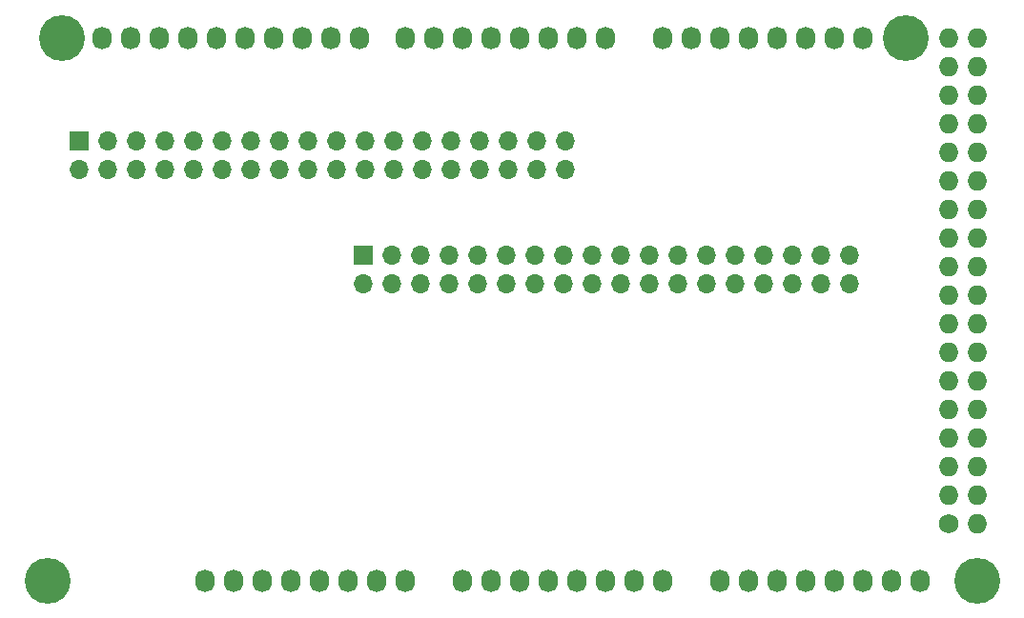
<source format=gbr>
G04 #@! TF.GenerationSoftware,KiCad,Pcbnew,(5.1.4-0-10_14)*
G04 #@! TF.CreationDate,2019-11-06T08:06:47+01:00*
G04 #@! TF.ProjectId,UFC Controller Interface,55464320-436f-46e7-9472-6f6c6c657220,rev?*
G04 #@! TF.SameCoordinates,Original*
G04 #@! TF.FileFunction,Soldermask,Top*
G04 #@! TF.FilePolarity,Negative*
%FSLAX46Y46*%
G04 Gerber Fmt 4.6, Leading zero omitted, Abs format (unit mm)*
G04 Created by KiCad (PCBNEW (5.1.4-0-10_14)) date 2019-11-06 08:06:47*
%MOMM*%
%LPD*%
G04 APERTURE LIST*
%ADD10O,1.700000X1.700000*%
%ADD11R,1.700000X1.700000*%
%ADD12O,1.727200X1.727200*%
%ADD13C,1.727200*%
%ADD14O,1.727200X2.032000*%
%ADD15C,4.064000*%
G04 APERTURE END LIST*
D10*
X188595000Y-92710000D03*
X188595000Y-90170000D03*
X186055000Y-92710000D03*
X186055000Y-90170000D03*
X183515000Y-92710000D03*
X183515000Y-90170000D03*
X180975000Y-92710000D03*
X180975000Y-90170000D03*
X178435000Y-92710000D03*
X178435000Y-90170000D03*
X175895000Y-92710000D03*
X175895000Y-90170000D03*
X173355000Y-92710000D03*
X173355000Y-90170000D03*
X170815000Y-92710000D03*
X170815000Y-90170000D03*
X168275000Y-92710000D03*
X168275000Y-90170000D03*
X165735000Y-92710000D03*
X165735000Y-90170000D03*
X163195000Y-92710000D03*
X163195000Y-90170000D03*
X160655000Y-92710000D03*
X160655000Y-90170000D03*
X158115000Y-92710000D03*
X158115000Y-90170000D03*
X155575000Y-92710000D03*
X155575000Y-90170000D03*
X153035000Y-92710000D03*
X153035000Y-90170000D03*
X150495000Y-92710000D03*
X150495000Y-90170000D03*
X147955000Y-92710000D03*
X147955000Y-90170000D03*
X145415000Y-92710000D03*
D11*
X145415000Y-90170000D03*
D10*
X163398200Y-82600800D03*
X163398200Y-80060800D03*
X160858200Y-82600800D03*
X160858200Y-80060800D03*
X158318200Y-82600800D03*
X158318200Y-80060800D03*
X155778200Y-82600800D03*
X155778200Y-80060800D03*
X153238200Y-82600800D03*
X153238200Y-80060800D03*
X150698200Y-82600800D03*
X150698200Y-80060800D03*
X148158200Y-82600800D03*
X148158200Y-80060800D03*
X145618200Y-82600800D03*
X145618200Y-80060800D03*
X143078200Y-82600800D03*
X143078200Y-80060800D03*
X140538200Y-82600800D03*
X140538200Y-80060800D03*
X137998200Y-82600800D03*
X137998200Y-80060800D03*
X135458200Y-82600800D03*
X135458200Y-80060800D03*
X132918200Y-82600800D03*
X132918200Y-80060800D03*
X130378200Y-82600800D03*
X130378200Y-80060800D03*
X127838200Y-82600800D03*
X127838200Y-80060800D03*
X125298200Y-82600800D03*
X125298200Y-80060800D03*
X122758200Y-82600800D03*
X122758200Y-80060800D03*
X120218200Y-82600800D03*
D11*
X120218200Y-80060800D03*
D12*
X199898000Y-70866000D03*
X197358000Y-70866000D03*
X199898000Y-73406000D03*
X197358000Y-73406000D03*
X199898000Y-75946000D03*
X197358000Y-75946000D03*
X199898000Y-78486000D03*
X197358000Y-78486000D03*
X199898000Y-81026000D03*
X197358000Y-81026000D03*
X199898000Y-83566000D03*
X197358000Y-83566000D03*
X199898000Y-86106000D03*
X197358000Y-86106000D03*
X199898000Y-88646000D03*
X197358000Y-88646000D03*
X199898000Y-91186000D03*
X197358000Y-91186000D03*
X199898000Y-93726000D03*
X197358000Y-93726000D03*
X199898000Y-96266000D03*
X197358000Y-96266000D03*
X199898000Y-98806000D03*
X197358000Y-98806000D03*
X199898000Y-101346000D03*
X197358000Y-101346000D03*
X199898000Y-103886000D03*
X197358000Y-103886000D03*
X199898000Y-106426000D03*
X197358000Y-106426000D03*
X199898000Y-108966000D03*
X197358000Y-108966000D03*
X199898000Y-111506000D03*
X197358000Y-111506000D03*
X199898000Y-114046000D03*
D13*
X197358000Y-114046000D03*
D14*
X149098000Y-119126000D03*
X146558000Y-119126000D03*
X144018000Y-119126000D03*
X141478000Y-119126000D03*
X138938000Y-119126000D03*
X136398000Y-119126000D03*
X133858000Y-119126000D03*
X131318000Y-119126000D03*
X171958000Y-119126000D03*
X169418000Y-119126000D03*
X166878000Y-119126000D03*
X164338000Y-119126000D03*
X161798000Y-119126000D03*
X159258000Y-119126000D03*
X156718000Y-119126000D03*
X154178000Y-119126000D03*
X194818000Y-119126000D03*
X192278000Y-119126000D03*
X189738000Y-119126000D03*
X187198000Y-119126000D03*
X184658000Y-119126000D03*
X182118000Y-119126000D03*
X179578000Y-119126000D03*
X177038000Y-119126000D03*
X145034000Y-70866000D03*
X142494000Y-70866000D03*
X139954000Y-70866000D03*
X137414000Y-70866000D03*
X134874000Y-70866000D03*
X132334000Y-70866000D03*
X129794000Y-70866000D03*
X127254000Y-70866000D03*
X124714000Y-70866000D03*
X122174000Y-70866000D03*
X166878000Y-70866000D03*
X164338000Y-70866000D03*
X161798000Y-70866000D03*
X159258000Y-70866000D03*
X156718000Y-70866000D03*
X154178000Y-70866000D03*
X151638000Y-70866000D03*
X149098000Y-70866000D03*
X189738000Y-70866000D03*
X187198000Y-70866000D03*
X184658000Y-70866000D03*
X182118000Y-70866000D03*
X179578000Y-70866000D03*
X177038000Y-70866000D03*
X174498000Y-70866000D03*
X171958000Y-70866000D03*
D15*
X117348000Y-119126000D03*
X199898000Y-119126000D03*
X118618000Y-70866000D03*
X193548000Y-70866000D03*
M02*

</source>
